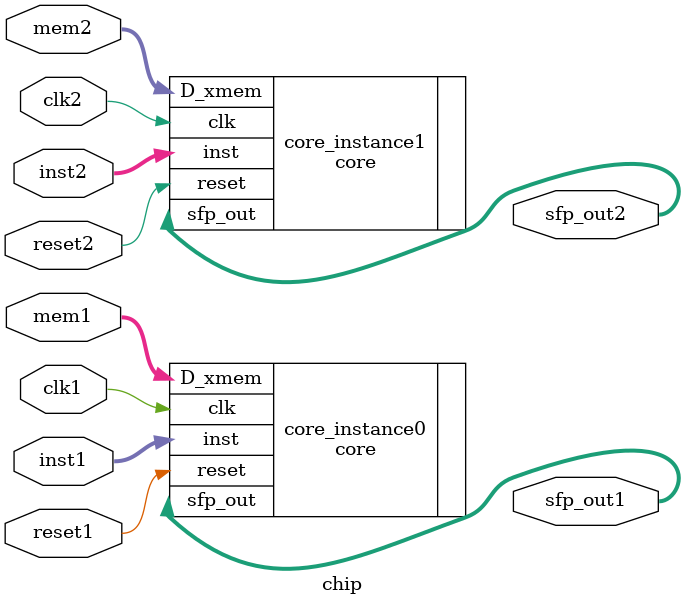
<source format=v>
`timescale 1ns/1ps

module chip(clk1, clk2, reset1, reset2, inst1, inst2, mem1, mem2, sfp_out1, sfp_out2);

  parameter bw = 4;
  parameter psum_bw = 16;
  parameter col = 8;
  parameter row = 8;

  input clk1, reset1;
  input [33:0] inst1;
  input [bw*row-1:0] mem1;
  output [col*psum_bw-1:0] sfp_out1;

  input clk2, reset2;
  input [33:0] inst2;
  input [bw*row-1:0] mem2;
  output [col*psum_bw-1:0] sfp_out2; 



core  #(.bw(bw), .col(col), .row(row)) core_instance0 (
	.clk(clk1), 
	.inst(inst1),
  .D_xmem(mem1), 
  .sfp_out(sfp_out1), 
	.reset(reset1)
);

core  #(.bw(bw), .col(col), .row(row)) core_instance1 (
	.clk(clk2), 
	.inst(inst2),
  .D_xmem(mem2), 
  .sfp_out(sfp_out2), 
	.reset(reset2)
);



endmodule
</source>
